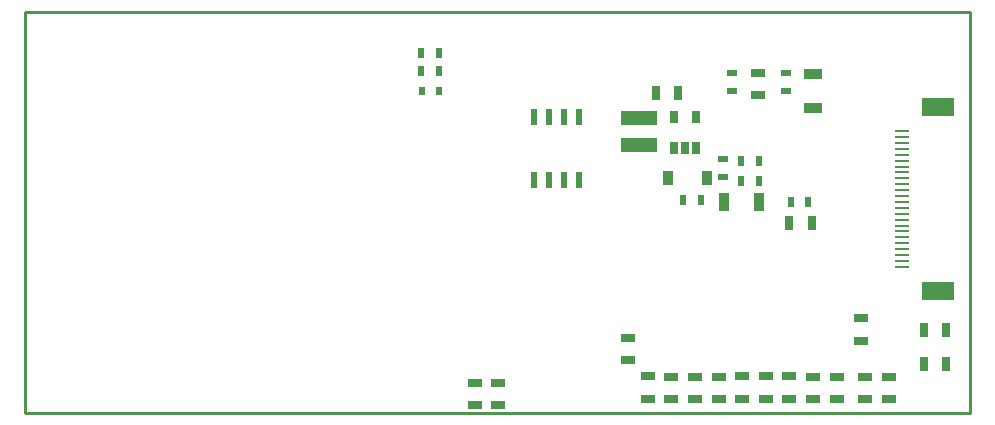
<source format=gtp>
G04*
G04 #@! TF.GenerationSoftware,Altium Limited,Altium Designer,21.7.2 (23)*
G04*
G04 Layer_Color=8421504*
%FSLAX25Y25*%
%MOIN*%
G70*
G04*
G04 #@! TF.SameCoordinates,B8BBB409-1C5D-4E28-8008-B1E3FC97E4F7*
G04*
G04*
G04 #@! TF.FilePolarity,Positive*
G04*
G01*
G75*
%ADD10C,0.01000*%
%ADD12R,0.02756X0.03937*%
%ADD13R,0.12008X0.05118*%
%ADD14R,0.02362X0.02756*%
%ADD15R,0.03583X0.04803*%
%ADD16R,0.02362X0.05512*%
%ADD17R,0.05118X0.00984*%
%ADD18R,0.11024X0.06299*%
%ADD19R,0.05118X0.02756*%
%ADD20R,0.02756X0.05118*%
%ADD21R,0.02362X0.03543*%
%ADD22R,0.06299X0.03543*%
%ADD23R,0.03543X0.02362*%
%ADD24R,0.03543X0.06299*%
D10*
X314961D01*
Y133858D01*
X0D02*
X314961D01*
X0Y0D02*
Y133858D01*
D12*
X219882Y88587D02*
D03*
X223622Y88583D02*
D03*
X216142D02*
D03*
Y98740D02*
D03*
X223622D02*
D03*
D13*
X204724Y89488D02*
D03*
Y98622D02*
D03*
D14*
X137795Y107480D02*
D03*
X132283D02*
D03*
D15*
X227224Y78347D02*
D03*
X214346D02*
D03*
D16*
X174685Y77953D02*
D03*
X169567D02*
D03*
X169685Y98819D02*
D03*
X179685Y77953D02*
D03*
X184685D02*
D03*
X179685Y98819D02*
D03*
X184685D02*
D03*
X174685D02*
D03*
D17*
X292126Y50787D02*
D03*
Y52756D02*
D03*
Y54724D02*
D03*
Y56693D02*
D03*
Y58661D02*
D03*
Y76378D02*
D03*
Y60630D02*
D03*
Y62598D02*
D03*
Y64567D02*
D03*
Y66535D02*
D03*
Y68504D02*
D03*
Y70472D02*
D03*
Y72441D02*
D03*
Y74409D02*
D03*
Y78347D02*
D03*
Y80315D02*
D03*
Y82284D02*
D03*
Y84252D02*
D03*
Y86221D02*
D03*
Y88189D02*
D03*
Y90158D02*
D03*
Y92126D02*
D03*
Y94095D02*
D03*
Y48819D02*
D03*
D18*
X304252Y40945D02*
D03*
X304252Y101969D02*
D03*
D19*
X278740Y31693D02*
D03*
Y24213D02*
D03*
X262598Y4724D02*
D03*
Y12204D02*
D03*
X270472Y4724D02*
D03*
Y12204D02*
D03*
X246850Y4921D02*
D03*
Y12401D02*
D03*
X287795Y4725D02*
D03*
Y12205D02*
D03*
X279921D02*
D03*
Y4725D02*
D03*
X254724Y4921D02*
D03*
Y12401D02*
D03*
X238870Y12301D02*
D03*
Y4821D02*
D03*
X231102Y12205D02*
D03*
Y4725D02*
D03*
X223228Y12205D02*
D03*
Y4725D02*
D03*
X215354Y12205D02*
D03*
Y4725D02*
D03*
X207480Y12401D02*
D03*
Y4921D02*
D03*
X200787Y17717D02*
D03*
Y25197D02*
D03*
X244382Y113484D02*
D03*
Y106004D02*
D03*
X157480Y2757D02*
D03*
Y10236D02*
D03*
X150000Y2757D02*
D03*
Y10236D02*
D03*
D20*
X307087Y27953D02*
D03*
X299607D02*
D03*
X307087Y16535D02*
D03*
X299608D02*
D03*
X254725Y63386D02*
D03*
X262205D02*
D03*
X217717Y106693D02*
D03*
X210237D02*
D03*
D21*
X261024Y70472D02*
D03*
X255112D02*
D03*
X225197Y71260D02*
D03*
X219285D02*
D03*
X244494Y77559D02*
D03*
X238583D02*
D03*
X238577Y84252D02*
D03*
X244488D02*
D03*
X137801Y114173D02*
D03*
X131890D02*
D03*
Y120079D02*
D03*
X137801D02*
D03*
D22*
X262492Y101862D02*
D03*
Y113280D02*
D03*
D23*
X235720Y113484D02*
D03*
Y107572D02*
D03*
X253437Y113484D02*
D03*
Y107572D02*
D03*
X232677Y78740D02*
D03*
Y84652D02*
D03*
D24*
X244489Y70472D02*
D03*
X233071D02*
D03*
M02*

</source>
